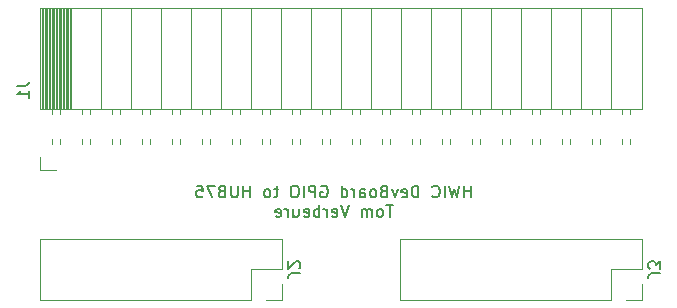
<source format=gbr>
G04 #@! TF.GenerationSoftware,KiCad,Pcbnew,(5.1.5)-3*
G04 #@! TF.CreationDate,2020-01-11T16:24:58-08:00*
G04 #@! TF.ProjectId,frame_corners,6672616d-655f-4636-9f72-6e6572732e6b,rev?*
G04 #@! TF.SameCoordinates,PXe8fce300PYe19b7798*
G04 #@! TF.FileFunction,Legend,Bot*
G04 #@! TF.FilePolarity,Positive*
%FSLAX46Y46*%
G04 Gerber Fmt 4.6, Leading zero omitted, Abs format (unit mm)*
G04 Created by KiCad (PCBNEW (5.1.5)-3) date 2020-01-11 16:24:58*
%MOMM*%
%LPD*%
G04 APERTURE LIST*
%ADD10C,0.150000*%
%ADD11C,0.120000*%
G04 APERTURE END LIST*
D10*
X36995239Y11167619D02*
X36995239Y12167619D01*
X36995239Y11691428D02*
X36423810Y11691428D01*
X36423810Y11167619D02*
X36423810Y12167619D01*
X36042858Y12167619D02*
X35804762Y11167619D01*
X35614286Y11881904D01*
X35423810Y11167619D01*
X35185715Y12167619D01*
X34804762Y11167619D02*
X34804762Y12167619D01*
X33757143Y11262857D02*
X33804762Y11215238D01*
X33947620Y11167619D01*
X34042858Y11167619D01*
X34185715Y11215238D01*
X34280953Y11310476D01*
X34328572Y11405714D01*
X34376191Y11596190D01*
X34376191Y11739047D01*
X34328572Y11929523D01*
X34280953Y12024761D01*
X34185715Y12120000D01*
X34042858Y12167619D01*
X33947620Y12167619D01*
X33804762Y12120000D01*
X33757143Y12072380D01*
X32566667Y11167619D02*
X32566667Y12167619D01*
X32328572Y12167619D01*
X32185715Y12120000D01*
X32090477Y12024761D01*
X32042858Y11929523D01*
X31995239Y11739047D01*
X31995239Y11596190D01*
X32042858Y11405714D01*
X32090477Y11310476D01*
X32185715Y11215238D01*
X32328572Y11167619D01*
X32566667Y11167619D01*
X31185715Y11215238D02*
X31280953Y11167619D01*
X31471429Y11167619D01*
X31566667Y11215238D01*
X31614286Y11310476D01*
X31614286Y11691428D01*
X31566667Y11786666D01*
X31471429Y11834285D01*
X31280953Y11834285D01*
X31185715Y11786666D01*
X31138096Y11691428D01*
X31138096Y11596190D01*
X31614286Y11500952D01*
X30804762Y11834285D02*
X30566667Y11167619D01*
X30328572Y11834285D01*
X29614286Y11691428D02*
X29471429Y11643809D01*
X29423810Y11596190D01*
X29376191Y11500952D01*
X29376191Y11358095D01*
X29423810Y11262857D01*
X29471429Y11215238D01*
X29566667Y11167619D01*
X29947620Y11167619D01*
X29947620Y12167619D01*
X29614286Y12167619D01*
X29519048Y12120000D01*
X29471429Y12072380D01*
X29423810Y11977142D01*
X29423810Y11881904D01*
X29471429Y11786666D01*
X29519048Y11739047D01*
X29614286Y11691428D01*
X29947620Y11691428D01*
X28804762Y11167619D02*
X28900000Y11215238D01*
X28947620Y11262857D01*
X28995239Y11358095D01*
X28995239Y11643809D01*
X28947620Y11739047D01*
X28900000Y11786666D01*
X28804762Y11834285D01*
X28661905Y11834285D01*
X28566667Y11786666D01*
X28519048Y11739047D01*
X28471429Y11643809D01*
X28471429Y11358095D01*
X28519048Y11262857D01*
X28566667Y11215238D01*
X28661905Y11167619D01*
X28804762Y11167619D01*
X27614286Y11167619D02*
X27614286Y11691428D01*
X27661905Y11786666D01*
X27757143Y11834285D01*
X27947620Y11834285D01*
X28042858Y11786666D01*
X27614286Y11215238D02*
X27709524Y11167619D01*
X27947620Y11167619D01*
X28042858Y11215238D01*
X28090477Y11310476D01*
X28090477Y11405714D01*
X28042858Y11500952D01*
X27947620Y11548571D01*
X27709524Y11548571D01*
X27614286Y11596190D01*
X27138096Y11167619D02*
X27138096Y11834285D01*
X27138096Y11643809D02*
X27090477Y11739047D01*
X27042858Y11786666D01*
X26947620Y11834285D01*
X26852381Y11834285D01*
X26090477Y11167619D02*
X26090477Y12167619D01*
X26090477Y11215238D02*
X26185715Y11167619D01*
X26376191Y11167619D01*
X26471429Y11215238D01*
X26519048Y11262857D01*
X26566667Y11358095D01*
X26566667Y11643809D01*
X26519048Y11739047D01*
X26471429Y11786666D01*
X26376191Y11834285D01*
X26185715Y11834285D01*
X26090477Y11786666D01*
X24328572Y12120000D02*
X24423810Y12167619D01*
X24566667Y12167619D01*
X24709524Y12120000D01*
X24804762Y12024761D01*
X24852381Y11929523D01*
X24900000Y11739047D01*
X24900000Y11596190D01*
X24852381Y11405714D01*
X24804762Y11310476D01*
X24709524Y11215238D01*
X24566667Y11167619D01*
X24471429Y11167619D01*
X24328572Y11215238D01*
X24280953Y11262857D01*
X24280953Y11596190D01*
X24471429Y11596190D01*
X23852381Y11167619D02*
X23852381Y12167619D01*
X23471429Y12167619D01*
X23376191Y12120000D01*
X23328572Y12072380D01*
X23280953Y11977142D01*
X23280953Y11834285D01*
X23328572Y11739047D01*
X23376191Y11691428D01*
X23471429Y11643809D01*
X23852381Y11643809D01*
X22852381Y11167619D02*
X22852381Y12167619D01*
X22185715Y12167619D02*
X21995239Y12167619D01*
X21900000Y12120000D01*
X21804762Y12024761D01*
X21757143Y11834285D01*
X21757143Y11500952D01*
X21804762Y11310476D01*
X21900000Y11215238D01*
X21995239Y11167619D01*
X22185715Y11167619D01*
X22280953Y11215238D01*
X22376191Y11310476D01*
X22423810Y11500952D01*
X22423810Y11834285D01*
X22376191Y12024761D01*
X22280953Y12120000D01*
X22185715Y12167619D01*
X20709524Y11834285D02*
X20328572Y11834285D01*
X20566667Y12167619D02*
X20566667Y11310476D01*
X20519048Y11215238D01*
X20423810Y11167619D01*
X20328572Y11167619D01*
X19852381Y11167619D02*
X19947620Y11215238D01*
X19995239Y11262857D01*
X20042858Y11358095D01*
X20042858Y11643809D01*
X19995239Y11739047D01*
X19947620Y11786666D01*
X19852381Y11834285D01*
X19709524Y11834285D01*
X19614286Y11786666D01*
X19566667Y11739047D01*
X19519048Y11643809D01*
X19519048Y11358095D01*
X19566667Y11262857D01*
X19614286Y11215238D01*
X19709524Y11167619D01*
X19852381Y11167619D01*
X18328572Y11167619D02*
X18328572Y12167619D01*
X18328572Y11691428D02*
X17757143Y11691428D01*
X17757143Y11167619D02*
X17757143Y12167619D01*
X17280953Y12167619D02*
X17280953Y11358095D01*
X17233334Y11262857D01*
X17185715Y11215238D01*
X17090477Y11167619D01*
X16900000Y11167619D01*
X16804762Y11215238D01*
X16757143Y11262857D01*
X16709524Y11358095D01*
X16709524Y12167619D01*
X15900000Y11691428D02*
X15757143Y11643809D01*
X15709524Y11596190D01*
X15661905Y11500952D01*
X15661905Y11358095D01*
X15709524Y11262857D01*
X15757143Y11215238D01*
X15852381Y11167619D01*
X16233334Y11167619D01*
X16233334Y12167619D01*
X15900000Y12167619D01*
X15804762Y12120000D01*
X15757143Y12072380D01*
X15709524Y11977142D01*
X15709524Y11881904D01*
X15757143Y11786666D01*
X15804762Y11739047D01*
X15900000Y11691428D01*
X16233334Y11691428D01*
X15328572Y12167619D02*
X14661905Y12167619D01*
X15090477Y11167619D01*
X13804762Y12167619D02*
X14280953Y12167619D01*
X14328572Y11691428D01*
X14280953Y11739047D01*
X14185715Y11786666D01*
X13947620Y11786666D01*
X13852381Y11739047D01*
X13804762Y11691428D01*
X13757143Y11596190D01*
X13757143Y11358095D01*
X13804762Y11262857D01*
X13852381Y11215238D01*
X13947620Y11167619D01*
X14185715Y11167619D01*
X14280953Y11215238D01*
X14328572Y11262857D01*
X30423810Y10517619D02*
X29852381Y10517619D01*
X30138096Y9517619D02*
X30138096Y10517619D01*
X29376191Y9517619D02*
X29471429Y9565238D01*
X29519048Y9612857D01*
X29566667Y9708095D01*
X29566667Y9993809D01*
X29519048Y10089047D01*
X29471429Y10136666D01*
X29376191Y10184285D01*
X29233334Y10184285D01*
X29138096Y10136666D01*
X29090477Y10089047D01*
X29042858Y9993809D01*
X29042858Y9708095D01*
X29090477Y9612857D01*
X29138096Y9565238D01*
X29233334Y9517619D01*
X29376191Y9517619D01*
X28614286Y9517619D02*
X28614286Y10184285D01*
X28614286Y10089047D02*
X28566667Y10136666D01*
X28471429Y10184285D01*
X28328572Y10184285D01*
X28233334Y10136666D01*
X28185715Y10041428D01*
X28185715Y9517619D01*
X28185715Y10041428D02*
X28138096Y10136666D01*
X28042858Y10184285D01*
X27900000Y10184285D01*
X27804762Y10136666D01*
X27757143Y10041428D01*
X27757143Y9517619D01*
X26661905Y10517619D02*
X26328572Y9517619D01*
X25995239Y10517619D01*
X25280953Y9565238D02*
X25376191Y9517619D01*
X25566667Y9517619D01*
X25661905Y9565238D01*
X25709524Y9660476D01*
X25709524Y10041428D01*
X25661905Y10136666D01*
X25566667Y10184285D01*
X25376191Y10184285D01*
X25280953Y10136666D01*
X25233334Y10041428D01*
X25233334Y9946190D01*
X25709524Y9850952D01*
X24804762Y9517619D02*
X24804762Y10184285D01*
X24804762Y9993809D02*
X24757143Y10089047D01*
X24709524Y10136666D01*
X24614286Y10184285D01*
X24519048Y10184285D01*
X24185715Y9517619D02*
X24185715Y10517619D01*
X24185715Y10136666D02*
X24090477Y10184285D01*
X23900000Y10184285D01*
X23804762Y10136666D01*
X23757143Y10089047D01*
X23709524Y9993809D01*
X23709524Y9708095D01*
X23757143Y9612857D01*
X23804762Y9565238D01*
X23900000Y9517619D01*
X24090477Y9517619D01*
X24185715Y9565238D01*
X22900000Y9565238D02*
X22995239Y9517619D01*
X23185715Y9517619D01*
X23280953Y9565238D01*
X23328572Y9660476D01*
X23328572Y10041428D01*
X23280953Y10136666D01*
X23185715Y10184285D01*
X22995239Y10184285D01*
X22900000Y10136666D01*
X22852381Y10041428D01*
X22852381Y9946190D01*
X23328572Y9850952D01*
X21995239Y10184285D02*
X21995239Y9517619D01*
X22423810Y10184285D02*
X22423810Y9660476D01*
X22376191Y9565238D01*
X22280953Y9517619D01*
X22138096Y9517619D01*
X22042858Y9565238D01*
X21995239Y9612857D01*
X21519048Y9517619D02*
X21519048Y10184285D01*
X21519048Y9993809D02*
X21471429Y10089047D01*
X21423810Y10136666D01*
X21328572Y10184285D01*
X21233334Y10184285D01*
X20519048Y9565238D02*
X20614286Y9517619D01*
X20804762Y9517619D01*
X20900000Y9565238D01*
X20947620Y9660476D01*
X20947620Y10041428D01*
X20900000Y10136666D01*
X20804762Y10184285D01*
X20614286Y10184285D01*
X20519048Y10136666D01*
X20471429Y10041428D01*
X20471429Y9946190D01*
X20947620Y9850952D01*
D11*
X51495000Y2480000D02*
X51495000Y3810000D01*
X50165000Y2480000D02*
X51495000Y2480000D01*
X51495000Y5080000D02*
X51495000Y7680000D01*
X48895000Y5080000D02*
X51495000Y5080000D01*
X48895000Y2480000D02*
X48895000Y5080000D01*
X51495000Y7680000D02*
X31055000Y7680000D01*
X48895000Y2480000D02*
X31055000Y2480000D01*
X31055000Y2480000D02*
X31055000Y7680000D01*
X21015000Y2480000D02*
X21015000Y3810000D01*
X19685000Y2480000D02*
X21015000Y2480000D01*
X21015000Y5080000D02*
X21015000Y7680000D01*
X18415000Y5080000D02*
X21015000Y5080000D01*
X18415000Y2480000D02*
X18415000Y5080000D01*
X21015000Y7680000D02*
X575000Y7680000D01*
X18415000Y2480000D02*
X575000Y2480000D01*
X575000Y2480000D02*
X575000Y7680000D01*
X575000Y14605000D02*
X575000Y13495000D01*
X575000Y13495000D02*
X1905000Y13495000D01*
X575000Y27235000D02*
X51495000Y27235000D01*
X51495000Y27235000D02*
X51495000Y18605000D01*
X575000Y18605000D02*
X51495000Y18605000D01*
X575000Y27235000D02*
X575000Y18605000D01*
X48895000Y27235000D02*
X48895000Y18605000D01*
X46355000Y27235000D02*
X46355000Y18605000D01*
X43815000Y27235000D02*
X43815000Y18605000D01*
X41275000Y27235000D02*
X41275000Y18605000D01*
X38735000Y27235000D02*
X38735000Y18605000D01*
X36195000Y27235000D02*
X36195000Y18605000D01*
X33655000Y27235000D02*
X33655000Y18605000D01*
X31115000Y27235000D02*
X31115000Y18605000D01*
X28575000Y27235000D02*
X28575000Y18605000D01*
X26035000Y27235000D02*
X26035000Y18605000D01*
X23495000Y27235000D02*
X23495000Y18605000D01*
X20955000Y27235000D02*
X20955000Y18605000D01*
X18415000Y27235000D02*
X18415000Y18605000D01*
X15875000Y27235000D02*
X15875000Y18605000D01*
X13335000Y27235000D02*
X13335000Y18605000D01*
X10795000Y27235000D02*
X10795000Y18605000D01*
X8255000Y27235000D02*
X8255000Y18605000D01*
X5715000Y27235000D02*
X5715000Y18605000D01*
X3175000Y27235000D02*
X3175000Y18605000D01*
X50525000Y16095000D02*
X50525000Y15655000D01*
X50525000Y18605000D02*
X50525000Y18195000D01*
X49805000Y16095000D02*
X49805000Y15655000D01*
X49805000Y18605000D02*
X49805000Y18195000D01*
X47985000Y16095000D02*
X47985000Y15655000D01*
X47985000Y18605000D02*
X47985000Y18195000D01*
X47265000Y16095000D02*
X47265000Y15655000D01*
X47265000Y18605000D02*
X47265000Y18195000D01*
X45445000Y16095000D02*
X45445000Y15655000D01*
X45445000Y18605000D02*
X45445000Y18195000D01*
X44725000Y16095000D02*
X44725000Y15655000D01*
X44725000Y18605000D02*
X44725000Y18195000D01*
X42905000Y16095000D02*
X42905000Y15655000D01*
X42905000Y18605000D02*
X42905000Y18195000D01*
X42185000Y16095000D02*
X42185000Y15655000D01*
X42185000Y18605000D02*
X42185000Y18195000D01*
X40365000Y16095000D02*
X40365000Y15655000D01*
X40365000Y18605000D02*
X40365000Y18195000D01*
X39645000Y16095000D02*
X39645000Y15655000D01*
X39645000Y18605000D02*
X39645000Y18195000D01*
X37825000Y16095000D02*
X37825000Y15655000D01*
X37825000Y18605000D02*
X37825000Y18195000D01*
X37105000Y16095000D02*
X37105000Y15655000D01*
X37105000Y18605000D02*
X37105000Y18195000D01*
X35285000Y16095000D02*
X35285000Y15655000D01*
X35285000Y18605000D02*
X35285000Y18195000D01*
X34565000Y16095000D02*
X34565000Y15655000D01*
X34565000Y18605000D02*
X34565000Y18195000D01*
X32745000Y16095000D02*
X32745000Y15655000D01*
X32745000Y18605000D02*
X32745000Y18195000D01*
X32025000Y16095000D02*
X32025000Y15655000D01*
X32025000Y18605000D02*
X32025000Y18195000D01*
X30205000Y16095000D02*
X30205000Y15655000D01*
X30205000Y18605000D02*
X30205000Y18195000D01*
X29485000Y16095000D02*
X29485000Y15655000D01*
X29485000Y18605000D02*
X29485000Y18195000D01*
X27665000Y16095000D02*
X27665000Y15655000D01*
X27665000Y18605000D02*
X27665000Y18195000D01*
X26945000Y16095000D02*
X26945000Y15655000D01*
X26945000Y18605000D02*
X26945000Y18195000D01*
X25125000Y16095000D02*
X25125000Y15655000D01*
X25125000Y18605000D02*
X25125000Y18195000D01*
X24405000Y16095000D02*
X24405000Y15655000D01*
X24405000Y18605000D02*
X24405000Y18195000D01*
X22585000Y16095000D02*
X22585000Y15655000D01*
X22585000Y18605000D02*
X22585000Y18195000D01*
X21865000Y16095000D02*
X21865000Y15655000D01*
X21865000Y18605000D02*
X21865000Y18195000D01*
X20045000Y16095000D02*
X20045000Y15655000D01*
X20045000Y18605000D02*
X20045000Y18195000D01*
X19325000Y16095000D02*
X19325000Y15655000D01*
X19325000Y18605000D02*
X19325000Y18195000D01*
X17505000Y16095000D02*
X17505000Y15655000D01*
X17505000Y18605000D02*
X17505000Y18195000D01*
X16785000Y16095000D02*
X16785000Y15655000D01*
X16785000Y18605000D02*
X16785000Y18195000D01*
X14965000Y16095000D02*
X14965000Y15655000D01*
X14965000Y18605000D02*
X14965000Y18195000D01*
X14245000Y16095000D02*
X14245000Y15655000D01*
X14245000Y18605000D02*
X14245000Y18195000D01*
X12425000Y16095000D02*
X12425000Y15655000D01*
X12425000Y18605000D02*
X12425000Y18195000D01*
X11705000Y16095000D02*
X11705000Y15655000D01*
X11705000Y18605000D02*
X11705000Y18195000D01*
X9885000Y16095000D02*
X9885000Y15655000D01*
X9885000Y18605000D02*
X9885000Y18195000D01*
X9165000Y16095000D02*
X9165000Y15655000D01*
X9165000Y18605000D02*
X9165000Y18195000D01*
X7345000Y16095000D02*
X7345000Y15655000D01*
X7345000Y18605000D02*
X7345000Y18195000D01*
X6625000Y16095000D02*
X6625000Y15655000D01*
X6625000Y18605000D02*
X6625000Y18195000D01*
X4805000Y16095000D02*
X4805000Y15655000D01*
X4805000Y18605000D02*
X4805000Y18195000D01*
X4085000Y16095000D02*
X4085000Y15655000D01*
X4085000Y18605000D02*
X4085000Y18195000D01*
X2265000Y16095000D02*
X2265000Y15715000D01*
X2265000Y18605000D02*
X2265000Y18195000D01*
X1545000Y16095000D02*
X1545000Y15715000D01*
X1545000Y18605000D02*
X1545000Y18195000D01*
X3056900Y27235000D02*
X3056900Y18605000D01*
X2938805Y27235000D02*
X2938805Y18605000D01*
X2820710Y27235000D02*
X2820710Y18605000D01*
X2702615Y27235000D02*
X2702615Y18605000D01*
X2584520Y27235000D02*
X2584520Y18605000D01*
X2466425Y27235000D02*
X2466425Y18605000D01*
X2348330Y27235000D02*
X2348330Y18605000D01*
X2230235Y27235000D02*
X2230235Y18605000D01*
X2112140Y27235000D02*
X2112140Y18605000D01*
X1994045Y27235000D02*
X1994045Y18605000D01*
X1875950Y27235000D02*
X1875950Y18605000D01*
X1757855Y27235000D02*
X1757855Y18605000D01*
X1639760Y27235000D02*
X1639760Y18605000D01*
X1521665Y27235000D02*
X1521665Y18605000D01*
X1403570Y27235000D02*
X1403570Y18605000D01*
X1285475Y27235000D02*
X1285475Y18605000D01*
X1167380Y27235000D02*
X1167380Y18605000D01*
X1049285Y27235000D02*
X1049285Y18605000D01*
X931190Y27235000D02*
X931190Y18605000D01*
X813095Y27235000D02*
X813095Y18605000D01*
X695000Y27235000D02*
X695000Y18605000D01*
D10*
X53042620Y4746666D02*
X52328334Y4746666D01*
X52185477Y4699047D01*
X52090239Y4603809D01*
X52042620Y4460952D01*
X52042620Y4365714D01*
X53042620Y5127619D02*
X53042620Y5746666D01*
X52661667Y5413333D01*
X52661667Y5556190D01*
X52614048Y5651428D01*
X52566429Y5699047D01*
X52471191Y5746666D01*
X52233096Y5746666D01*
X52137858Y5699047D01*
X52090239Y5651428D01*
X52042620Y5556190D01*
X52042620Y5270476D01*
X52090239Y5175238D01*
X52137858Y5127619D01*
X22562620Y4746666D02*
X21848334Y4746666D01*
X21705477Y4699047D01*
X21610239Y4603809D01*
X21562620Y4460952D01*
X21562620Y4365714D01*
X22467381Y5175238D02*
X22515000Y5222857D01*
X22562620Y5318095D01*
X22562620Y5556190D01*
X22515000Y5651428D01*
X22467381Y5699047D01*
X22372143Y5746666D01*
X22276905Y5746666D01*
X22134048Y5699047D01*
X21562620Y5127619D01*
X21562620Y5746666D01*
X-1412619Y20588333D02*
X-698333Y20588333D01*
X-555476Y20635952D01*
X-460238Y20731190D01*
X-412619Y20874047D01*
X-412619Y20969285D01*
X-412619Y19588333D02*
X-412619Y20159761D01*
X-412619Y19874047D02*
X-1412619Y19874047D01*
X-1269761Y19969285D01*
X-1174523Y20064523D01*
X-1126904Y20159761D01*
M02*

</source>
